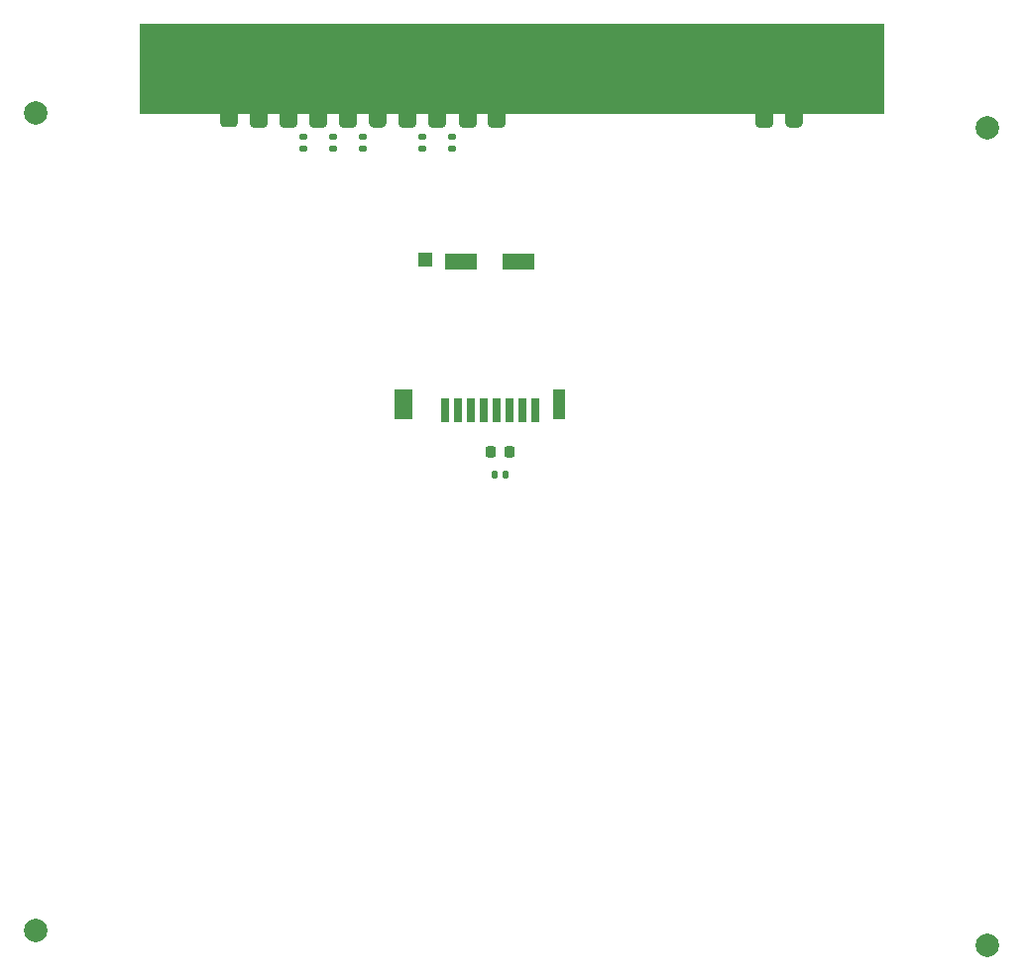
<source format=gbs>
%TF.GenerationSoftware,KiCad,Pcbnew,(6.0.5)*%
%TF.CreationDate,2022-10-23T19:39:55-05:00*%
%TF.ProjectId,floppy-console,666c6f70-7079-42d6-936f-6e736f6c652e,rev?*%
%TF.SameCoordinates,Original*%
%TF.FileFunction,Soldermask,Bot*%
%TF.FilePolarity,Negative*%
%FSLAX46Y46*%
G04 Gerber Fmt 4.6, Leading zero omitted, Abs format (unit mm)*
G04 Created by KiCad (PCBNEW (6.0.5)) date 2022-10-23 19:39:55*
%MOMM*%
%LPD*%
G01*
G04 APERTURE LIST*
G04 Aperture macros list*
%AMRoundRect*
0 Rectangle with rounded corners*
0 $1 Rounding radius*
0 $2 $3 $4 $5 $6 $7 $8 $9 X,Y pos of 4 corners*
0 Add a 4 corners polygon primitive as box body*
4,1,4,$2,$3,$4,$5,$6,$7,$8,$9,$2,$3,0*
0 Add four circle primitives for the rounded corners*
1,1,$1+$1,$2,$3*
1,1,$1+$1,$4,$5*
1,1,$1+$1,$6,$7*
1,1,$1+$1,$8,$9*
0 Add four rect primitives between the rounded corners*
20,1,$1+$1,$2,$3,$4,$5,0*
20,1,$1+$1,$4,$5,$6,$7,0*
20,1,$1+$1,$6,$7,$8,$9,0*
20,1,$1+$1,$8,$9,$2,$3,0*%
G04 Aperture macros list end*
%ADD10C,0.120000*%
%ADD11R,0.700000X2.000000*%
%ADD12R,2.700000X1.400000*%
%ADD13R,1.000000X2.600000*%
%ADD14R,1.500000X2.600000*%
%ADD15R,1.200000X1.200000*%
%ADD16C,2.000000*%
%ADD17RoundRect,0.381000X-0.381000X-3.111500X0.381000X-3.111500X0.381000X3.111500X-0.381000X3.111500X0*%
%ADD18RoundRect,0.381000X-0.381000X-3.429000X0.381000X-3.429000X0.381000X3.429000X-0.381000X3.429000X0*%
%ADD19RoundRect,0.385000X-0.385000X-3.640000X0.385000X-3.640000X0.385000X3.640000X-0.385000X3.640000X0*%
%ADD20RoundRect,0.225000X0.225000X0.250000X-0.225000X0.250000X-0.225000X-0.250000X0.225000X-0.250000X0*%
%ADD21RoundRect,0.135000X0.185000X-0.135000X0.185000X0.135000X-0.185000X0.135000X-0.185000X-0.135000X0*%
%ADD22RoundRect,0.140000X0.140000X0.170000X-0.140000X0.170000X-0.140000X-0.170000X0.140000X-0.170000X0*%
G04 APERTURE END LIST*
D10*
%TO.C,U1*%
X111760000Y-50800000D02*
X175260000Y-50800000D01*
X175260000Y-50800000D02*
X175260000Y-58420000D01*
X175260000Y-58420000D02*
X111760000Y-58420000D01*
X111760000Y-58420000D02*
X111760000Y-50800000D01*
G36*
X111760000Y-50800000D02*
G01*
X175260000Y-50800000D01*
X175260000Y-58420000D01*
X111760000Y-58420000D01*
X111760000Y-50800000D01*
G37*
%TD*%
D11*
%TO.C,J1*%
X137770000Y-83820000D03*
X138870000Y-83820000D03*
X139970000Y-83820000D03*
X141070000Y-83820000D03*
X142170000Y-83820000D03*
X143270000Y-83820000D03*
X144370000Y-83820000D03*
X145470000Y-83820000D03*
D12*
X139170000Y-71120000D03*
D13*
X147570000Y-83320000D03*
D14*
X134220000Y-83320000D03*
D12*
X144070000Y-71120000D03*
D15*
X136120000Y-71020000D03*
%TD*%
D16*
%TO.C,REF\u002A\u002A*%
X184150000Y-59690000D03*
%TD*%
%TO.C,*%
X102870000Y-128270000D03*
%TD*%
D17*
%TO.C,U1*%
X119380000Y-56197500D03*
D18*
X121920000Y-55880000D03*
X124460000Y-55880000D03*
X127000000Y-55880000D03*
X129476500Y-55880000D03*
D19*
X132080000Y-55676800D03*
D18*
X134620000Y-55880000D03*
X137160000Y-55880000D03*
X139774080Y-55880000D03*
X142240000Y-55880000D03*
X165100000Y-55880000D03*
D19*
X167640000Y-55665000D03*
%TD*%
D16*
%TO.C,*%
X102870000Y-58420000D03*
%TD*%
%TO.C,*%
X184150000Y-129540000D03*
%TD*%
D20*
%TO.C,C1*%
X141719000Y-87376000D03*
X143269000Y-87376000D03*
%TD*%
D21*
%TO.C,R4*%
X128270000Y-61470000D03*
X128270000Y-60450000D03*
%TD*%
%TO.C,R7*%
X138430000Y-61470000D03*
X138430000Y-60450000D03*
%TD*%
D22*
%TO.C,C2*%
X142974000Y-89376000D03*
X142014000Y-89376000D03*
%TD*%
D21*
%TO.C,R3*%
X125730000Y-61470000D03*
X125730000Y-60450000D03*
%TD*%
%TO.C,R6*%
X135890000Y-61470000D03*
X135890000Y-60450000D03*
%TD*%
%TO.C,R5*%
X130810000Y-61470000D03*
X130810000Y-60450000D03*
%TD*%
M02*

</source>
